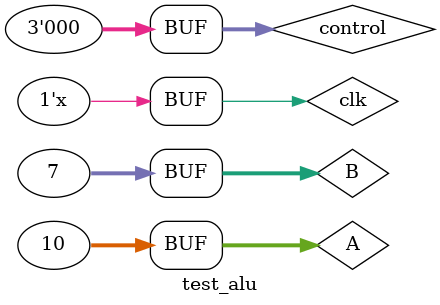
<source format=v>

`timescale 1ns/1ps
module test_5bitmux ( );
// Wire Ports
wire [4:0] Y;
// Register Declarations
reg [4:0] A, B;
reg sel;
reg clk;

wire [31:0] IF_ID_IR, IncrOut;

wire [1:0] WB;
wire [2:0] M;
wire [1:0] alu_op;
wire ALUsrc;
wire [31:0] EX_adder, EX_ALU, EX_MEM_latch, IR;

wire [1:0] wb_ctlout;
wire MemRead, MemWrite, MEM_Branch;
wire [31:0] add_result, alu_result, rdata2out; //add_result?
wire zero;
wire [4:0] five_bit_muxout;

//wire IF_mux?
//wire seltemp;
//wire [4:0] Atemp, Btemp;

IF main
(
    .PC_choose    (1'b0    ),
    .EX_MEM_NPC    (32'd0    ),

    .IF_ID_IR    (IF_ID_IR    ),
    .IF_ID_NPC    (IncrOut    ),
    .clock   	 (clk    )
);

I_DECODE main2
(
    .clock   	 (clk    ),
    .IF_ID_latch    (IF_ID_IR    ),
    .EX_through    (IncrOut    ),
    .MEM_WB_latch    (0    ),
    .WB_mux   	 (0    ),
	 .Reg_Write    (0    ),
 
    .WB   	 (WB    ),
    .M   	 (M    ),
    .RegDst   	 (seltemp    ),
    .ALUOp   	 (alu_op    ),
    .ALUSrc   	 (ALUsrc    ),
    .EX_adder    (EX_adder    ),
    .EX_ALU   	 (EX_ALU    ),
    .EX_MEM_latch    (EX_MEM_latch    ),
    .IR   	 (IR    ),
    .EX_mux0    (Atemp    ),
    .EX_mux1    (Btemp    )
);

//instantiate the mux
mux2to1 mux1
(
    .out    (Y    ),
 
    .a0    (A    ),
    .a1    (B    ),
    .sel    (sel    )
);

I_EXECUTE main3
(
    .clock   		 (clk    ),
    .WB   		 (WB    ),
    .M   		 (M    ),
    .EX_MEM_latch   	 (EX_MEM_latch),
    .EX_adder   	 (EX_adder    ),
    .EX_ALU   		 (EX_ALU    ),
    .IR   		 (IR    ),
    .EX_mux0   	 (A /*EX_mux0*/    ),
    .EX_mux1   	 (B /*EX_mux1*/    ),
    .RegDst   		 (sel /*RegDst*/    ),
    .ALUOp   		 (ALUOp    ),
    .ALUSrc   		 (ALUSrc    ),

    .MemRead   	 (MemRead    ),
    .MemWrite   	 (MemWrite    ),
    .MEM_Branch   	 (MEM_Branch    ),
    .IF_mux   		 (IF_mux    ),
    .alu_result   	 (alu_result    ),
    .rdata2out   	 (rdata2out    ),
    .zero   		 (zero    ),
    .five_bit_muxout    (five_bit_muxout    ),
    .wb_ctlout   	 (wb_ctlout    )
);

always begin
#5 clk = ~clk;
end

initial begin
clk = 0;

A = 5'b01010;
B = 5'b10101;
sel = 1'b1;
#10
A = 5'b00000;
#10
sel = 1'b1;
#10
B = 5'b11111;
#5
A = 5'b00101;
#5
sel = 1'b0;
B = 5'b11101;
#5
sel = 1'bx;
end
endmodule
// test



//ALU Control Testbench

`timescale 1ns/1ps
// Filename : test-alucontrol.v
// Description: Testing the ALU control module of the EX stage of the pipeline.
module test_alucontrol( ) ;
// Wire Ports
wire [2:0] select;
// Register Declarations
reg [1:0] alu_op;
reg [5:0] funct;
reg clk;

wire [31:0] IF_ID_IR, IncrOut;

wire [1:0] WB;
wire [2:0] M;
wire ALUsrc;
wire [31:0] EX_adder, EX_ALU, EX_MEM_latch, IR;

wire [1:0] wb_ctlout;
wire MemRead, MemWrite, MEM_Branch;
wire [31:0] alu_result, rdata2out; //add_result
wire zero;
wire [4:0] five_bit_muxout;
wire RegDst;
wire [4:0] EX_mux0, EX_mux1;

wire ALUsrctemp; //Unused

wire IF_mux;

wire [1:0] alu_optemp;

IF main
(
    .clock   	 (clk    ),
    .PC_choose    (1'b0    ),
    .EX_MEM_NPC    (32'd0    ),

    .IF_ID_IR    (IF_ID_IR    ),
    .IF_ID_NPC    (IncrOut    )
);

I_DECODE main2
(
    .clock   	 (clk    ),
    .IF_ID_latch    (IF_ID_IR    ),
    .EX_through    (IncrOut    ),
    .MEM_WB_latch    (0    ),
    .WB_mux   	 (0    ),
	 .Reg_Write    (0    ),
 
    .WB   	 (WB    ),
    .M   	 (M    ),
    .RegDst   	 (RegDst    ),
    .ALUOp   	 (alu_optemp    ),
    .ALUSrc   	 (ALUsrc    ),
    .EX_adder    (EX_adder    ),
    .EX_ALU   	 (EX_ALU    ),
    .EX_MEM_latch    (EX_MEM_latch    ),
    .IR   	 (IR    ),
    .EX_mux0    (EX_mux0    ),
    .EX_mux1    (EX_mux1    )
);

ALU_CONTROL alucontrol1
(
    .ALUOP    (alu_op    ),
    .funct    (funct    ),

    .contin    (select    ) // Wire in I_EXECUTE, how do I pass this on to the next module?
);


I_EXECUTE main3
(
    .clock   		 (clk    ),
    .WB   		 (WB    ),
    .M   		 (M    ),
    .EX_MEM_latch   	 (EX_MEM_latch),
    .EX_adder   	 (EX_adder    ),
    .EX_ALU   		 (EX_ALU    ),
    .IR   		 (IR    ),
    .EX_mux0   	 (EX_mux0    ),
    .EX_mux1   	 (EX_mux1    ),
    .RegDst   		 (RegDst    ),
    .ALUOp   		 (alu_op    ),
	 .ALUSrc   		 (ALUSrc    ),
 
    .MemRead   	 (MemRead    ),
    .MemWrite   	 (MemWrite    ),
    .MEM_Branch   	 (MEM_Branch    ),
    .IF_mux   		 (IF_mux    ),
    .alu_result   	 (alu_result    ),
    .rdata2out   	 (rdata2out    ),
    .zero   		 (zero    ),
    .five_bit_muxout    (five_bit_muxout    ),
    .wb_ctlout   	 (wb_ctlout    )
);

always begin
#5 clk = ~clk;
end

initial begin
clk = 0;
alu_op = 2'b00;
funct = 6'b100000;
#10
alu_op = 2'b01;
funct= 6'b100000;
#10
alu_op = 2'b10;
funct =6'b100000;
#10
funct = 6'b100010;
#10
funct = 6'b100100;
#10
funct = 6'b100101;
#10
funct = 6'b101010;
//#1
//$finish;
end
endmodule
// test



//ALU Testbench

`timescale 1ns/1ps
// Filename : test-alu.v
// Description: Testing module for the ALU
module test_alu ( ) ;

//// Register Declarations
reg [31:0] A,B ;
reg [2:0] control;
// Wire Ports
wire [31:0] result ;
wire zero1, zero2;
reg clk;


wire [31:0] IF_ID_IR, IncrOut;

wire [1:0] WB;
wire [2:0] M;
wire RegDst;
wire [1:0] alu_op;
wire ALUsrc;
wire [31:0] EX_adder, EX_ALU, EX_MEM_latch, IR;

wire [1:0] wb_ctlout;
wire MemRead, MemWrite, MEM_Branch;
wire [31:0] rdata2out, alu_result; //add_result
wire [4:0] five_bit_muxout;
wire [4:0] EX_mux0, EX_mux1;

wire IF_mux;


IF main
(
    .PC_choose    (1'b0    ),
    .EX_MEM_NPC    (32'd0    ),
    .IF_ID_IR    (IF_ID_IR    ),
    .IF_ID_NPC    (IncrOut    ),
    .clock   	 (clk    )
);

I_DECODE main2
(
    .clock   	 (clk    ),
    .IF_ID_latch    (IF_ID_IR    ),
    .EX_through    (IncrOut    ),
//The three following  inputs are set to zero because their values would come from future 
//modules we haven’t created yet. They have no data at this time, and do not directly affect the three main //components we are currently testing with our testbenches.
    .MEM_WB_latch    (0    ), 
    .WB_mux   	 (0    ),
	 .Reg_Write    (0    ),
 
    .WB   	     	(WB    ),
    .M   	     	(M    ),
    .RegDst   	 	(RegDst    ),
    .ALUOp   	 	(alu_op    ),
    .ALUSrc   	 	(ALUsrc    ),
    .EX_adder    	(EX_adder    ),
    .EX_ALU   	 	(EX_ALU    ),
    .EX_MEM_latch    (EX_MEM_latch    ),
    .IR   	     	(IR    ),
    .EX_mux0    	(EX_mux0    ),
    .EX_mux1    	(EX_mux1    )
);

alu ALU1
(
    .Out   	 (result   	 ),
    .Zero   	 (zero1   	 ),

    .a0   	 	(A   	 ),
    .a1   	 	(B   	 ),
    .ctl   	 (control    )
);

I_EXECUTE main3
(
    .clock   		 (clk    ),
    .WB   		  	(WB    ),
    .M   		   	(M    ),
    .EX_MEM_latch   	 (EX_MEM_latch),
    .EX_adder   	 (EX_adder    ),
    .EX_ALU   		 (EX_ALU    ),
    .IR   		 	(IR    ),
    .EX_mux0   	 (EX_mux0    ),
    .EX_mux1   	 (EX_mux1    ),
    .RegDst   		 (RegDst    ),
    .ALUOp   		 (alu_op    ),
 
    .ALUSrc   		 (ALUSrc    ),
    .MemRead   	 (MemRead    ),
    .MemWrite   	 (MemWrite    ),
    .MEM_Branch   	 (MEM_Branch    ),
    .IF_mux   		 (IF_mux    ),
    .alu_result   	 (alu_result    ),
    .rdata2out   	 (rdata2out    ),
    .zero   		 (zero2    ),
    .five_bit_muxout    (five_bit_muxout    ),
    .wb_ctlout   	 (wb_ctlout    )
);
always begin
#5 clk = ~clk;
end

initial begin
clk = 0;

A <= 4'b1010;
B <= 4'b0111;
control <= 3'b011;

#10
control <= 3'b100;
#10
control <= 3'b010;
#10
control <= 3'b111;
#10
control <= 3'b011;
#10
control <= 3'b110;
#10
control <= 3'b001;
#10
control <= 3'b000;
//#1
//$finish ;
end
endmodule
//test
</source>
